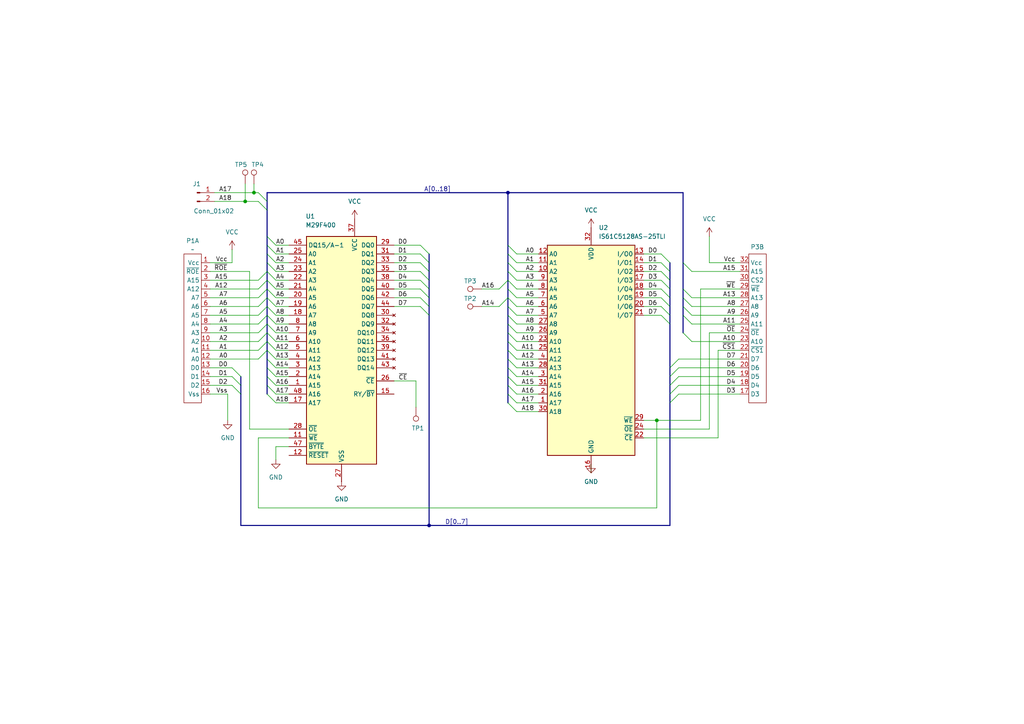
<source format=kicad_sch>
(kicad_sch (version 20231120) (generator "eeschema") (generator_version "8.0")
  (paper "A4")
  (lib_symbols
    (symbol "Connector:Conn_01x02_Pin" (pin_names (offset 1.016) hide)
      (property "Reference" "J1" (at -1.27 2.54 0))
      (property "Value" "Conn_01x02" (at -1.016 -5.334 0))
      (symbol "Conn_01x02_Pin_1_1"
        (polyline (pts (xy 1.27 -2.54) (xy 0.8636 -2.54)) (stroke (width 0.1524)))
        (polyline (pts (xy 1.27 0) (xy 0.8636 0)) (stroke (width 0.1524)))
        (rectangle (start 0.8636 -2.413) (end 0 -2.667) (stroke (width 0.1524)) (fill (type outline)))
        (rectangle (start 0.8636 0.127) (end 0 -0.127) (stroke (width 0.1524)) (fill (type outline)))
        (pin input line (at 5.08 0 180) (length 3.81) (name "A17") (number "1"))
        (pin input line (at 5.08 -2.54 180) (length 3.81) (name "A18") (number "2"))
      )
    )
    (symbol "Connector:TestPoint" (pin_numbers hide) (pin_names (offset 0.762) hide)
      (property "Reference" "TP" (at 0 6.858 0))
      (property "Value" "TestPoint" (at 0 5.08 0))
      (symbol "TestPoint_0_1"
        (circle (center 0 3.302) (radius 0.762))
      )
      (symbol "TestPoint_1_1"
        (pin passive line (at 0 0 90) (length 2.54) (name "1") (number "1"))
      )
    )
    (symbol "Memory_Flash:AM29F400Bx-xxEx"
      (property "Reference" "U1" (at -10.414 38.862 0))
      (property "Value" "M29F400" (at -10.414 36.322 0))
      (symbol "AM29F400Bx-xxEx_0_1"
        (rectangle (start -10.16 33.02) (end 10.16 -33.02) (stroke (width 0.254)) (fill (type background)))
      )
      (symbol "AM29F400Bx-xxEx_1_0"
        (pin input line (at -15.24 0 0) (length 5.08) (name "A11") (number "5"))
      )
      (symbol "AM29F400Bx-xxEx_1_1"
        (pin input line (at -15.24 -10.16 0) (length 5.08) (name "A15") (number "1"))
        (pin no_connect line (at 10.16 -20.32 180) (length 5.08) hide (name "NC") (number "10"))
        (pin input line (at -15.24 -25.4 0) (length 5.08) (name "~{WE}") (number "11"))
        (pin input line (at -15.24 -30.48 0) (length 5.08) (name "~{RESET}") (number "12"))
        (pin no_connect line (at 10.16 -22.86 180) (length 5.08) hide (name "NC") (number "13"))
        (pin no_connect line (at 10.16 -25.4 180) (length 5.08) hide (name "NC") (number "14"))
        (pin open_collector line (at 15.24 -12.7 180) (length 5.08) (name "RY/~{BY}") (number "15"))
        (pin no_connect line (at 10.16 -27.94 180) (length 5.08) hide (name "NC") (number "16"))
        (pin input line (at -15.24 -15.24 0) (length 5.08) (name "A17") (number "17"))
        (pin input line (at -15.24 10.16 0) (length 5.08) (name "A7") (number "18"))
        (pin input line (at -15.24 12.7 0) (length 5.08) (name "A6") (number "19"))
        (pin input line (at -15.24 -7.62 0) (length 5.08) (name "A14") (number "2"))
        (pin input line (at -15.24 15.24 0) (length 5.08) (name "A5") (number "20"))
        (pin input line (at -15.24 17.78 0) (length 5.08) (name "A4") (number "21"))
        (pin input line (at -15.24 20.32 0) (length 5.08) (name "A3") (number "22"))
        (pin input line (at -15.24 22.86 0) (length 5.08) (name "A2") (number "23"))
        (pin input line (at -15.24 25.4 0) (length 5.08) (name "A1") (number "24"))
        (pin input line (at -15.24 27.94 0) (length 5.08) (name "A0") (number "25"))
        (pin input line (at 15.24 -8.89 180) (length 5.08) (name "~{CE}") (number "26"))
        (pin power_in line (at 0 -38.1 90) (length 5.08) (name "VSS") (number "27"))
        (pin input line (at -15.24 -22.86 0) (length 5.08) (name "~{OE}") (number "28"))
        (pin tri_state line (at 15.24 30.48 180) (length 5.08) (name "DQ0") (number "29"))
        (pin input line (at -15.24 -5.08 0) (length 5.08) (name "A13") (number "3"))
        (pin no_connect line (at 15.24 10.16 180) (length 5.08) (name "DQ8") (number "30"))
        (pin tri_state line (at 15.24 27.94 180) (length 5.08) (name "DQ1") (number "31"))
        (pin no_connect line (at 15.24 7.62 180) (length 5.08) (name "DQ9") (number "32"))
        (pin tri_state line (at 15.24 25.4 180) (length 5.08) (name "DQ2") (number "33"))
        (pin no_connect line (at 15.24 5.08 180) (length 5.08) (name "DQ10") (number "34"))
        (pin tri_state line (at 15.24 22.86 180) (length 5.08) (name "DQ3") (number "35"))
        (pin no_connect line (at 15.24 2.54 180) (length 5.08) (name "DQ11") (number "36"))
        (pin power_in line (at 3.81 38.1 270) (length 5.08) (name "VCC") (number "37"))
        (pin tri_state line (at 15.24 20.32 180) (length 5.08) (name "DQ4") (number "38"))
        (pin no_connect line (at 15.24 0 180) (length 5.08) (name "DQ12") (number "39"))
        (pin input line (at -15.24 -2.54 0) (length 5.08) (name "A12") (number "4"))
        (pin tri_state line (at 15.24 17.78 180) (length 5.08) (name "DQ5") (number "40"))
        (pin no_connect line (at 15.24 -2.54 180) (length 5.08) (name "DQ13") (number "41"))
        (pin tri_state line (at 15.24 15.24 180) (length 5.08) (name "DQ6") (number "42"))
        (pin no_connect line (at 15.24 -5.08 180) (length 5.08) (name "DQ14") (number "43"))
        (pin tri_state line (at 15.24 12.7 180) (length 5.08) (name "DQ7") (number "44"))
        (pin tri_state line (at -15.24 30.48 0) (length 5.08) (name "DQ15/A-1") (number "45"))
        (pin passive line (at 0 -38.1 90) (length 5.08) hide (name "VSS") (number "46"))
        (pin input line (at -15.24 -27.94 0) (length 5.08) (name "~{BYTE}") (number "47"))
        (pin input line (at -15.24 -12.7 0) (length 5.08) (name "A16") (number "48"))
        (pin input line (at -15.24 2.54 0) (length 5.08) (name "A10") (number "6"))
        (pin input line (at -15.24 5.08 0) (length 5.08) (name "A9") (number "7"))
        (pin input line (at -15.24 7.62 0) (length 5.08) (name "A8") (number "8"))
        (pin no_connect line (at 10.16 -17.78 180) (length 5.08) hide (name "NC") (number "9"))
      )
    )
    (symbol "Memory_RAM:IS61C5128AS-25TLI"
      (property "Reference" "U2" (at 2.1941 35.56 0))
      (property "Value" "IS61C5128AS-25TLI" (at 2.1941 33.02 0))
      (symbol "IS61C5128AS-25TLI_0_1"
        (rectangle (start -12.7 30.48) (end 12.7 -30.48) (stroke (width 0.254)) (fill (type background)))
      )
      (symbol "IS61C5128AS-25TLI_1_1"
        (pin input line (at -15.24 -15.24 0) (length 2.54) (name "A17") (number "1"))
        (pin input line (at -15.24 22.86 0) (length 2.54) (name "A2") (number "10"))
        (pin input line (at -15.24 25.4 0) (length 2.54) (name "A1") (number "11"))
        (pin input line (at -15.24 27.94 0) (length 2.54) (name "A0") (number "12"))
        (pin tri_state line (at 15.24 27.94 180) (length 2.54) (name "I/O0") (number "13"))
        (pin tri_state line (at 15.24 25.4 180) (length 2.54) (name "I/O1") (number "14"))
        (pin tri_state line (at 15.24 22.86 180) (length 2.54) (name "I/O2") (number "15"))
        (pin power_in line (at 0 -35.56 90) (length 5.08) (name "GND") (number "16"))
        (pin tri_state line (at 15.24 20.32 180) (length 2.54) (name "I/O3") (number "17"))
        (pin tri_state line (at 15.24 17.78 180) (length 2.54) (name "I/O4") (number "18"))
        (pin tri_state line (at 15.24 15.24 180) (length 2.54) (name "I/O5") (number "19"))
        (pin input line (at -15.24 -12.7 0) (length 2.54) (name "A16") (number "2"))
        (pin tri_state line (at 15.24 12.7 180) (length 2.54) (name "I/O6") (number "20"))
        (pin tri_state line (at 15.24 10.16 180) (length 2.54) (name "I/O7") (number "21"))
        (pin input line (at 15.24 -25.4 180) (length 2.54) (name "~{CE}") (number "22"))
        (pin input line (at -15.24 2.54 0) (length 2.54) (name "A10") (number "23"))
        (pin input line (at 15.24 -22.86 180) (length 2.54) (name "~{OE}") (number "24"))
        (pin input line (at -15.24 0 0) (length 2.54) (name "A11") (number "25"))
        (pin input line (at -15.24 5.08 0) (length 2.54) (name "A9") (number "26"))
        (pin input line (at -15.24 7.62 0) (length 2.54) (name "A8") (number "27"))
        (pin input line (at -15.24 -5.08 0) (length 2.54) (name "A13") (number "28"))
        (pin input line (at 15.24 -20.32 180) (length 2.54) (name "~{WE}") (number "29"))
        (pin input line (at -15.24 -7.62 0) (length 2.54) (name "A14") (number "3"))
        (pin input line (at -15.24 -17.78 0) (length 2.54) (name "A18") (number "30"))
        (pin input line (at -15.24 -10.16 0) (length 2.54) (name "A15") (number "31"))
        (pin power_in line (at 0 35.56 270) (length 5.08) (name "VDD") (number "32"))
        (pin input line (at -15.24 -2.54 0) (length 2.54) (name "A12") (number "4"))
        (pin input line (at -15.24 10.16 0) (length 2.54) (name "A7") (number "5"))
        (pin input line (at -15.24 12.7 0) (length 2.54) (name "A6") (number "6"))
        (pin input line (at -15.24 15.24 0) (length 2.54) (name "A5") (number "7"))
        (pin input line (at -15.24 17.78 0) (length 2.54) (name "A4") (number "8"))
        (pin input line (at -15.24 20.32 0) (length 2.54) (name "A3") (number "9"))
      )
    )
    (symbol "Z88 RAM ROM Internal:RAM Pins DIP32"
      (property "Reference" "P" (at 0 0 0))
      (symbol "RAM Pins DIP32_1_1"
        (rectangle (start -2.54 -1.27) (end 2.54 -44.45))
        (pin no_connect line (at 5.08 -3.81 180) (length 2.54) (name "") (number "1"))
        (pin input line (at 5.08 -26.67 180) (length 2.54) (name "A2") (number "10"))
        (pin input line (at 5.08 -29.21 180) (length 2.54) (name "A1") (number "11"))
        (pin input line (at 5.08 -31.75 180) (length 2.54) (name "A0") (number "12"))
        (pin tri_state line (at 5.08 -34.29 180) (length 2.54) (name "D0") (number "13"))
        (pin tri_state line (at 5.08 -36.83 180) (length 2.54) (name "D1") (number "14"))
        (pin tri_state line (at 5.08 -39.37 180) (length 2.54) (name "D2") (number "15"))
        (pin power_in line (at 5.08 -41.91 180) (length 2.54) (name "Vss") (number "16"))
        (pin input line (at 5.08 -6.35 180) (length 2.54) (name "A16") (number "2"))
        (pin input line (at 5.08 -8.89 180) (length 2.54) (name "A14") (number "3"))
        (pin input line (at 5.08 -11.43 180) (length 2.54) (name "A12") (number "4"))
        (pin input line (at 5.08 -13.97 180) (length 2.54) (name "A7") (number "5"))
        (pin input line (at 5.08 -16.51 180) (length 2.54) (name "A6") (number "6"))
        (pin input line (at 5.08 -19.05 180) (length 2.54) (name "A5") (number "7"))
        (pin input line (at 5.08 -21.59 180) (length 2.54) (name "A4") (number "8"))
        (pin input line (at 5.08 -24.13 180) (length 2.54) (name "A3") (number "9"))
      )
      (symbol "RAM Pins DIP32_2_1"
        (rectangle (start -2.54 -1.27) (end 2.54 -44.45))
        (pin tri_state line (at -5.08 -41.91 0) (length 2.54) (name "D3") (number "17"))
        (pin tri_state line (at -5.08 -39.37 0) (length 2.54) (name "D4") (number "18"))
        (pin tri_state line (at -5.08 -36.83 0) (length 2.54) (name "D5") (number "19"))
        (pin tri_state line (at -5.08 -34.29 0) (length 2.54) (name "D6") (number "20"))
        (pin tri_state line (at -5.08 -31.75 0) (length 2.54) (name "D7") (number "21"))
        (pin input line (at -5.08 -29.21 0) (length 2.54) (name "~{CS1}") (number "22"))
        (pin input line (at -5.08 -26.67 0) (length 2.54) (name "A10") (number "23"))
        (pin input line (at -5.08 -24.13 0) (length 2.54) (name "~{OE}") (number "24"))
        (pin input line (at -5.08 -21.59 0) (length 2.54) (name "A11") (number "25"))
        (pin input line (at -5.08 -19.05 0) (length 2.54) (name "A9") (number "26"))
        (pin input line (at -5.08 -16.51 0) (length 2.54) (name "A8") (number "27"))
        (pin input line (at -5.08 -13.97 0) (length 2.54) (name "A13") (number "28"))
        (pin input line (at -5.08 -11.43 0) (length 2.54) (name "~{WE}") (number "29"))
        (pin input line (at -5.08 -8.89 0) (length 2.54) (name "CS2") (number "30"))
        (pin input line (at -5.08 -6.35 0) (length 2.54) (name "A15") (number "31"))
        (pin power_in line (at -5.08 -3.81 0) (length 2.54) (name "Vcc") (number "32"))
      )
    )
    (symbol "Z88 RAM ROM Internal:ROM Pins DIP32"
      (property "Reference" "P" (at 0 0 0))
      (symbol "ROM Pins DIP32_1_1"
        (rectangle (start -2.54 -1.27) (end 2.54 -44.45))
        (pin power_in line (at 5.08 -3.81 180) (length 2.54) (name "Vcc") (number "1"))
        (pin input line (at 5.08 -26.67 180) (length 2.54) (name "A2") (number "10"))
        (pin input line (at 5.08 -29.21 180) (length 2.54) (name "A1") (number "11"))
        (pin input line (at 5.08 -31.75 180) (length 2.54) (name "A0") (number "12"))
        (pin tri_state line (at 5.08 -34.29 180) (length 2.54) (name "D0") (number "13"))
        (pin tri_state line (at 5.08 -36.83 180) (length 2.54) (name "D1") (number "14"))
        (pin tri_state line (at 5.08 -39.37 180) (length 2.54) (name "D2") (number "15"))
        (pin power_in line (at 5.08 -41.91 180) (length 2.54) (name "Vss") (number "16"))
        (pin input line (at 5.08 -6.35 180) (length 2.54) (name "~{ROE}") (number "2"))
        (pin input line (at 5.08 -8.89 180) (length 2.54) (name "A15") (number "3"))
        (pin input line (at 5.08 -11.43 180) (length 2.54) (name "A12") (number "4"))
        (pin input line (at 5.08 -13.97 180) (length 2.54) (name "A7") (number "5"))
        (pin input line (at 5.08 -16.51 180) (length 2.54) (name "A6") (number "6"))
        (pin input line (at 5.08 -19.05 180) (length 2.54) (name "A5") (number "7"))
        (pin input line (at 5.08 -21.59 180) (length 2.54) (name "A4") (number "8"))
        (pin input line (at 5.08 -24.13 180) (length 2.54) (name "A3") (number "9"))
      )
      (symbol "ROM Pins DIP32_2_1"
        (rectangle (start -2.54 -1.27) (end 2.54 -44.45))
        (pin tri_state line (at -5.08 -41.91 0) (length 2.54) (name "D3") (number "17"))
        (pin tri_state line (at -5.08 -39.37 0) (length 2.54) (name "D4") (number "18"))
        (pin tri_state line (at -5.08 -36.83 0) (length 2.54) (name "D5") (number "19"))
        (pin tri_state line (at -5.08 -34.29 0) (length 2.54) (name "D6") (number "20"))
        (pin tri_state line (at -5.08 -31.75 0) (length 2.54) (name "D7") (number "21"))
        (pin input line (at -5.08 -29.21 0) (length 2.54) (name "~{CE}") (number "22"))
        (pin input line (at -5.08 -26.67 0) (length 2.54) (name "A10") (number "23"))
        (pin input line (at -5.08 -24.13 0) (length 2.54) (name "A16") (number "24"))
        (pin input line (at -5.08 -21.59 0) (length 2.54) (name "A11") (number "25"))
        (pin input line (at -5.08 -19.05 0) (length 2.54) (name "A9") (number "26"))
        (pin input line (at -5.08 -16.51 0) (length 2.54) (name "A8") (number "27"))
        (pin input line (at -5.08 -13.97 0) (length 2.54) (name "A13") (number "28"))
        (pin input line (at -5.08 -11.43 0) (length 2.54) (name "A14") (number "29"))
        (pin power_in line (at -5.08 -8.89 0) (length 2.54) (name "Vcc") (number "31"))
        (pin power_in line (at -5.08 -6.35 0) (length 2.54) (name "Vcc") (number "31"))
        (pin power_in line (at -5.08 -3.81 0) (length 2.54) (name "Vcc") (number "32"))
      )
    )
    (symbol "power:GND" (power) (pin_numbers hide) (pin_names (offset 0) hide)
      (property "Value" "GND" (at 0 -3.81 0))
      (symbol "GND_0_1"
        (polyline (pts (xy 0 0) (xy 0 -1.27) (xy 1.27 -1.27) (xy 0 -2.54) (xy -1.27 -1.27) (xy 0 -1.27)))
      )
      (symbol "GND_1_1"
        (pin power_in line (at 0 0 270) (length 0) (name "~") (number "1"))
      )
    )
    (symbol "power:VCC" (power) (pin_numbers hide) (pin_names (offset 0) hide)
      (property "Value" "VCC" (at 0 3.556 0))
      (symbol "VCC_0_1"
        (polyline (pts (xy -0.762 1.27) (xy 0 2.54)))
        (polyline (pts (xy 0 0) (xy 0 2.54)))
        (polyline (pts (xy 0 2.54) (xy 0.762 1.27)))
      )
      (symbol "VCC_1_1"
        (pin power_in line (at 0 0 90) (length 0) (name "~") (number "1"))
      )
    )
  )
  (junction (at 190.5 121.92))
  (junction (at 73.66 55.88))
  (junction (at 71.12 58.42))
  (junction (at 124.46 152.4))
  (junction (at 147.32 55.88))
  (bus_entry (at 147.32 99.06) (size 2.54 2.54))
  (bus_entry (at 147.32 88.9) (size 2.54 2.54))
  (bus_entry (at 147.32 96.52) (size 2.54 2.54))
  (bus_entry (at 147.32 111.76) (size 2.54 2.54))
  (bus_entry (at 77.47 99.06) (size 2.54 2.54))
  (bus_entry (at 191.77 81.28) (size 2.54 2.54))
  (bus_entry (at 74.93 91.44) (size 2.54 -2.54))
  (bus_entry (at 121.92 76.2) (size 2.54 2.54))
  (bus_entry (at 77.47 86.36) (size 2.54 2.54))
  (bus_entry (at 194.31 106.68) (size 2.54 -2.54))
  (bus_entry (at 198.12 96.52) (size 2.54 2.54))
  (bus_entry (at 77.47 78.74) (size 2.54 2.54))
  (bus_entry (at 121.92 83.82) (size 2.54 2.54))
  (bus_entry (at 121.92 71.12) (size 2.54 2.54))
  (bus_entry (at 121.92 78.74) (size 2.54 2.54))
  (bus_entry (at 147.32 83.82) (size 2.54 2.54))
  (bus_entry (at 77.47 81.28) (size 2.54 2.54))
  (bus_entry (at 147.32 73.66) (size 2.54 2.54))
  (bus_entry (at 74.93 104.14) (size 2.54 -2.54))
  (bus_entry (at 74.93 86.36) (size 2.54 -2.54))
  (bus_entry (at 74.93 96.52) (size 2.54 -2.54))
  (bus_entry (at 147.32 71.12) (size 2.54 2.54))
  (bus_entry (at 74.93 99.06) (size 2.54 -2.54))
  (bus_entry (at 191.77 76.2) (size 2.54 2.54))
  (bus_entry (at 77.47 111.76) (size 2.54 2.54))
  (bus_entry (at 147.32 109.22) (size 2.54 2.54))
  (bus_entry (at 147.32 114.3) (size 2.54 2.54))
  (bus_entry (at 121.92 86.36) (size 2.54 2.54))
  (bus_entry (at 194.31 111.76) (size 2.54 -2.54))
  (bus_entry (at 194.31 116.84) (size 2.54 -2.54))
  (bus_entry (at 67.31 109.22) (size 2.54 2.54))
  (bus_entry (at 74.93 101.6) (size 2.54 -2.54))
  (bus_entry (at 198.12 76.2) (size 2.54 2.54))
  (bus_entry (at 191.77 91.44) (size 2.54 2.54))
  (bus_entry (at 77.47 76.2) (size 2.54 2.54))
  (bus_entry (at 77.47 114.3) (size 2.54 2.54))
  (bus_entry (at 194.31 109.22) (size 2.54 -2.54))
  (bus_entry (at 74.93 55.88) (size 2.54 2.54))
  (bus_entry (at 147.32 76.2) (size 2.54 2.54))
  (bus_entry (at 191.77 73.66) (size 2.54 2.54))
  (bus_entry (at 74.93 58.42) (size 2.54 2.54))
  (bus_entry (at 74.93 88.9) (size 2.54 -2.54))
  (bus_entry (at 77.47 88.9) (size 2.54 2.54))
  (bus_entry (at 77.47 71.12) (size 2.54 2.54))
  (bus_entry (at 191.77 88.9) (size 2.54 2.54))
  (bus_entry (at 74.93 81.28) (size 2.54 -2.54))
  (bus_entry (at 147.32 93.98) (size 2.54 2.54))
  (bus_entry (at 147.32 91.44) (size 2.54 2.54))
  (bus_entry (at 77.47 83.82) (size 2.54 2.54))
  (bus_entry (at 77.47 104.14) (size 2.54 2.54))
  (bus_entry (at 194.31 114.3) (size 2.54 -2.54))
  (bus_entry (at 121.92 88.9) (size 2.54 2.54))
  (bus_entry (at 77.47 109.22) (size 2.54 2.54))
  (bus_entry (at 67.31 111.76) (size 2.54 2.54))
  (bus_entry (at 77.47 101.6) (size 2.54 2.54))
  (bus_entry (at 191.77 83.82) (size 2.54 2.54))
  (bus_entry (at 191.77 78.74) (size 2.54 2.54))
  (bus_entry (at 144.78 88.9) (size 2.54 -2.54))
  (bus_entry (at 77.47 93.98) (size 2.54 2.54))
  (bus_entry (at 77.47 106.68) (size 2.54 2.54))
  (bus_entry (at 77.47 68.58) (size 2.54 2.54))
  (bus_entry (at 77.47 73.66) (size 2.54 2.54))
  (bus_entry (at 121.92 81.28) (size 2.54 2.54))
  (bus_entry (at 147.32 78.74) (size 2.54 2.54))
  (bus_entry (at 198.12 91.44) (size 2.54 2.54))
  (bus_entry (at 74.93 83.82) (size 2.54 -2.54))
  (bus_entry (at 147.32 81.28) (size 2.54 2.54))
  (bus_entry (at 198.12 88.9) (size 2.54 2.54))
  (bus_entry (at 198.12 83.82) (size 2.54 2.54))
  (bus_entry (at 147.32 104.14) (size 2.54 2.54))
  (bus_entry (at 198.12 86.36) (size 2.54 2.54))
  (bus_entry (at 191.77 86.36) (size 2.54 2.54))
  (bus_entry (at 67.31 106.68) (size 2.54 2.54))
  (bus_entry (at 144.78 83.82) (size 2.54 -2.54))
  (bus_entry (at 147.32 116.84) (size 2.54 2.54))
  (bus_entry (at 147.32 106.68) (size 2.54 2.54))
  (bus_entry (at 77.47 96.52) (size 2.54 2.54))
  (bus_entry (at 77.47 91.44) (size 2.54 2.54))
  (bus_entry (at 147.32 86.36) (size 2.54 2.54))
  (bus_entry (at 121.92 73.66) (size 2.54 2.54))
  (bus_entry (at 74.93 93.98) (size 2.54 -2.54))
  (bus_entry (at 147.32 101.6) (size 2.54 2.54))
  (wire (pts (xy 186.69 73.66) (xy 191.77 73.66)))
  (wire (pts (xy 60.96 109.22) (xy 67.31 109.22)))
  (wire (pts (xy 80.01 99.06) (xy 83.82 99.06)))
  (bus (pts (xy 77.47 99.06) (xy 77.47 101.6)))
  (wire (pts (xy 203.2 83.82) (xy 214.63 83.82)))
  (bus (pts (xy 124.46 152.4) (xy 194.31 152.4)))
  (bus (pts (xy 194.31 106.68) (xy 194.31 109.22)))
  (wire (pts (xy 186.69 88.9) (xy 191.77 88.9)))
  (bus (pts (xy 147.32 73.66) (xy 147.32 76.2)))
  (bus (pts (xy 194.31 93.98) (xy 194.31 91.44)))
  (bus (pts (xy 77.47 78.74) (xy 77.47 81.28)))
  (wire (pts (xy 80.01 104.14) (xy 83.82 104.14)))
  (wire (pts (xy 62.23 55.88) (xy 73.66 55.88)))
  (bus (pts (xy 147.32 78.74) (xy 147.32 81.28)))
  (bus (pts (xy 147.32 55.88) (xy 147.32 71.12)))
  (bus (pts (xy 147.32 86.36) (xy 147.32 88.9)))
  (wire (pts (xy 73.66 55.88) (xy 74.93 55.88)))
  (wire (pts (xy 74.93 147.32) (xy 74.93 127)))
  (wire (pts (xy 205.74 96.52) (xy 205.74 124.46)))
  (bus (pts (xy 194.31 76.2) (xy 194.31 78.74)))
  (wire (pts (xy 214.63 96.52) (xy 205.74 96.52)))
  (wire (pts (xy 149.86 109.22) (xy 156.21 109.22)))
  (wire (pts (xy 80.01 91.44) (xy 83.82 91.44)))
  (bus (pts (xy 77.47 58.42) (xy 77.47 60.96)))
  (wire (pts (xy 60.96 81.28) (xy 74.93 81.28)))
  (bus (pts (xy 77.47 106.68) (xy 77.47 109.22)))
  (bus (pts (xy 147.32 114.3) (xy 147.32 116.84)))
  (bus (pts (xy 77.47 68.58) (xy 77.47 71.12)))
  (wire (pts (xy 60.96 99.06) (xy 74.93 99.06)))
  (wire (pts (xy 200.66 93.98) (xy 214.63 93.98)))
  (bus (pts (xy 198.12 88.9) (xy 198.12 86.36)))
  (wire (pts (xy 149.86 111.76) (xy 156.21 111.76)))
  (wire (pts (xy 80.01 86.36) (xy 83.82 86.36)))
  (wire (pts (xy 80.01 81.28) (xy 83.82 81.28)))
  (bus (pts (xy 147.32 111.76) (xy 147.32 114.3)))
  (wire (pts (xy 114.3 110.49) (xy 120.65 110.49)))
  (bus (pts (xy 124.46 81.28) (xy 124.46 83.82)))
  (wire (pts (xy 114.3 71.12) (xy 121.92 71.12)))
  (wire (pts (xy 196.85 111.76) (xy 214.63 111.76)))
  (wire (pts (xy 149.86 73.66) (xy 156.21 73.66)))
  (wire (pts (xy 139.7 88.9) (xy 144.78 88.9)))
  (wire (pts (xy 149.86 116.84) (xy 156.21 116.84)))
  (wire (pts (xy 80.01 114.3) (xy 83.82 114.3)))
  (bus (pts (xy 194.31 86.36) (xy 194.31 88.9)))
  (wire (pts (xy 186.69 91.44) (xy 191.77 91.44)))
  (bus (pts (xy 77.47 71.12) (xy 77.47 73.66)))
  (wire (pts (xy 60.96 96.52) (xy 74.93 96.52)))
  (wire (pts (xy 114.3 86.36) (xy 121.92 86.36)))
  (bus (pts (xy 77.47 73.66) (xy 77.47 76.2)))
  (bus (pts (xy 147.32 109.22) (xy 147.32 111.76)))
  (bus (pts (xy 147.32 81.28) (xy 147.32 83.82)))
  (wire (pts (xy 149.86 101.6) (xy 156.21 101.6)))
  (wire (pts (xy 200.66 91.44) (xy 214.63 91.44)))
  (bus (pts (xy 77.47 60.96) (xy 77.47 68.58)))
  (bus (pts (xy 77.47 96.52) (xy 77.47 99.06)))
  (wire (pts (xy 114.3 76.2) (xy 121.92 76.2)))
  (bus (pts (xy 77.47 86.36) (xy 77.47 88.9)))
  (wire (pts (xy 80.01 78.74) (xy 83.82 78.74)))
  (wire (pts (xy 80.01 93.98) (xy 83.82 93.98)))
  (wire (pts (xy 196.85 106.68) (xy 214.63 106.68)))
  (bus (pts (xy 194.31 81.28) (xy 194.31 83.82)))
  (bus (pts (xy 77.47 55.88) (xy 147.32 55.88)))
  (wire (pts (xy 149.86 99.06) (xy 156.21 99.06)))
  (bus (pts (xy 198.12 91.44) (xy 198.12 88.9)))
  (wire (pts (xy 114.3 88.9) (xy 121.92 88.9)))
  (wire (pts (xy 80.01 83.82) (xy 83.82 83.82)))
  (wire (pts (xy 149.86 104.14) (xy 156.21 104.14)))
  (wire (pts (xy 149.86 96.52) (xy 156.21 96.52)))
  (bus (pts (xy 77.47 104.14) (xy 77.47 106.68)))
  (bus (pts (xy 124.46 73.66) (xy 124.46 76.2)))
  (bus (pts (xy 69.85 114.3) (xy 69.85 152.4)))
  (bus (pts (xy 124.46 76.2) (xy 124.46 78.74)))
  (bus (pts (xy 69.85 111.76) (xy 69.85 114.3)))
  (bus (pts (xy 198.12 83.82) (xy 198.12 76.2)))
  (bus (pts (xy 147.32 71.12) (xy 147.32 73.66)))
  (wire (pts (xy 190.5 121.92) (xy 186.69 121.92)))
  (wire (pts (xy 60.96 88.9) (xy 74.93 88.9)))
  (wire (pts (xy 80.01 71.12) (xy 83.82 71.12)))
  (wire (pts (xy 214.63 101.6) (xy 208.28 101.6)))
  (wire (pts (xy 186.69 76.2) (xy 191.77 76.2)))
  (wire (pts (xy 114.3 78.74) (xy 121.92 78.74)))
  (wire (pts (xy 149.86 86.36) (xy 156.21 86.36)))
  (wire (pts (xy 114.3 73.66) (xy 121.92 73.66)))
  (wire (pts (xy 60.96 86.36) (xy 74.93 86.36)))
  (wire (pts (xy 149.86 88.9) (xy 156.21 88.9)))
  (wire (pts (xy 80.01 129.54) (xy 83.82 129.54)))
  (wire (pts (xy 80.01 116.84) (xy 83.82 116.84)))
  (wire (pts (xy 60.96 93.98) (xy 74.93 93.98)))
  (bus (pts (xy 194.31 93.98) (xy 194.31 106.68)))
  (wire (pts (xy 80.01 73.66) (xy 83.82 73.66)))
  (wire (pts (xy 186.69 83.82) (xy 191.77 83.82)))
  (wire (pts (xy 208.28 101.6) (xy 208.28 127)))
  (wire (pts (xy 203.2 83.82) (xy 203.2 121.92)))
  (wire (pts (xy 80.01 101.6) (xy 83.82 101.6)))
  (bus (pts (xy 69.85 152.4) (xy 124.46 152.4)))
  (bus (pts (xy 198.12 86.36) (xy 198.12 83.82)))
  (wire (pts (xy 73.66 53.34) (xy 73.66 55.88)))
  (wire (pts (xy 72.39 78.74) (xy 72.39 124.46)))
  (wire (pts (xy 149.86 114.3) (xy 156.21 114.3)))
  (wire (pts (xy 149.86 83.82) (xy 156.21 83.82)))
  (wire (pts (xy 114.3 81.28) (xy 121.92 81.28)))
  (wire (pts (xy 171.45 137.16) (xy 171.45 134.62)))
  (wire (pts (xy 196.85 114.3) (xy 214.63 114.3)))
  (wire (pts (xy 186.69 78.74) (xy 191.77 78.74)))
  (wire (pts (xy 60.96 104.14) (xy 74.93 104.14)))
  (bus (pts (xy 147.32 91.44) (xy 147.32 93.98)))
  (wire (pts (xy 80.01 76.2) (xy 83.82 76.2)))
  (bus (pts (xy 147.32 76.2) (xy 147.32 78.74)))
  (wire (pts (xy 66.04 121.92) (xy 66.04 114.3)))
  (wire (pts (xy 120.65 110.49) (xy 120.65 118.11)))
  (wire (pts (xy 60.96 101.6) (xy 74.93 101.6)))
  (bus (pts (xy 77.47 55.88) (xy 77.47 58.42)))
  (wire (pts (xy 60.96 76.2) (xy 67.31 76.2)))
  (bus (pts (xy 124.46 78.74) (xy 124.46 81.28)))
  (bus (pts (xy 77.47 101.6) (xy 77.47 104.14)))
  (bus (pts (xy 124.46 83.82) (xy 124.46 86.36)))
  (wire (pts (xy 62.23 58.42) (xy 71.12 58.42)))
  (wire (pts (xy 205.74 68.58) (xy 205.74 76.2)))
  (wire (pts (xy 186.69 81.28) (xy 191.77 81.28)))
  (bus (pts (xy 194.31 83.82) (xy 194.31 86.36)))
  (wire (pts (xy 149.86 81.28) (xy 156.21 81.28)))
  (bus (pts (xy 124.46 91.44) (xy 124.46 152.4)))
  (bus (pts (xy 194.31 111.76) (xy 194.31 114.3)))
  (bus (pts (xy 77.47 83.82) (xy 77.47 86.36)))
  (bus (pts (xy 147.32 104.14) (xy 147.32 106.68)))
  (bus (pts (xy 198.12 76.2) (xy 198.12 55.88)))
  (wire (pts (xy 60.96 78.74) (xy 72.39 78.74)))
  (bus (pts (xy 147.32 99.06) (xy 147.32 101.6)))
  (wire (pts (xy 200.66 99.06) (xy 214.63 99.06)))
  (wire (pts (xy 114.3 83.82) (xy 121.92 83.82)))
  (wire (pts (xy 149.86 106.68) (xy 156.21 106.68)))
  (bus (pts (xy 194.31 114.3) (xy 194.31 116.84)))
  (bus (pts (xy 147.32 101.6) (xy 147.32 104.14)))
  (bus (pts (xy 198.12 55.88) (xy 147.32 55.88)))
  (bus (pts (xy 194.31 116.84) (xy 194.31 152.4)))
  (wire (pts (xy 80.01 111.76) (xy 83.82 111.76)))
  (wire (pts (xy 60.96 91.44) (xy 74.93 91.44)))
  (wire (pts (xy 67.31 76.2) (xy 67.31 72.39)))
  (bus (pts (xy 124.46 88.9) (xy 124.46 91.44)))
  (wire (pts (xy 80.01 106.68) (xy 83.82 106.68)))
  (bus (pts (xy 69.85 109.22) (xy 69.85 111.76)))
  (bus (pts (xy 77.47 109.22) (xy 77.47 111.76)))
  (bus (pts (xy 147.32 93.98) (xy 147.32 96.52)))
  (bus (pts (xy 147.32 83.82) (xy 147.32 86.36)))
  (wire (pts (xy 200.66 86.36) (xy 214.63 86.36)))
  (wire (pts (xy 72.39 124.46) (xy 83.82 124.46)))
  (bus (pts (xy 194.31 78.74) (xy 194.31 81.28)))
  (bus (pts (xy 77.47 91.44) (xy 77.47 93.98)))
  (wire (pts (xy 205.74 76.2) (xy 214.63 76.2)))
  (wire (pts (xy 190.5 147.32) (xy 74.93 147.32)))
  (wire (pts (xy 74.93 127) (xy 83.82 127)))
  (wire (pts (xy 80.01 109.22) (xy 83.82 109.22)))
  (wire (pts (xy 71.12 58.42) (xy 74.93 58.42)))
  (bus (pts (xy 77.47 81.28) (xy 77.47 83.82)))
  (bus (pts (xy 147.32 88.9) (xy 147.32 91.44)))
  (bus (pts (xy 77.47 93.98) (xy 77.47 96.52)))
  (wire (pts (xy 200.66 78.74) (xy 214.63 78.74)))
  (wire (pts (xy 71.12 53.34) (xy 71.12 58.42)))
  (bus (pts (xy 147.32 96.52) (xy 147.32 99.06)))
  (wire (pts (xy 149.86 91.44) (xy 156.21 91.44)))
  (wire (pts (xy 186.69 124.46) (xy 205.74 124.46)))
  (wire (pts (xy 200.66 88.9) (xy 214.63 88.9)))
  (bus (pts (xy 198.12 96.52) (xy 198.12 91.44)))
  (bus (pts (xy 77.47 88.9) (xy 77.47 91.44)))
  (wire (pts (xy 208.28 127) (xy 186.69 127)))
  (wire (pts (xy 60.96 106.68) (xy 67.31 106.68)))
  (wire (pts (xy 190.5 121.92) (xy 190.5 147.32)))
  (wire (pts (xy 80.01 96.52) (xy 83.82 96.52)))
  (wire (pts (xy 196.85 104.14) (xy 214.63 104.14)))
  (bus (pts (xy 194.31 109.22) (xy 194.31 111.76)))
  (wire (pts (xy 149.86 119.38) (xy 156.21 119.38)))
  (wire (pts (xy 66.04 114.3) (xy 60.96 114.3)))
  (wire (pts (xy 80.01 133.35) (xy 80.01 129.54)))
  (wire (pts (xy 196.85 109.22) (xy 214.63 109.22)))
  (wire (pts (xy 203.2 121.92) (xy 190.5 121.92)))
  (wire (pts (xy 186.69 86.36) (xy 191.77 86.36)))
  (wire (pts (xy 60.96 83.82) (xy 74.93 83.82)))
  (wire (pts (xy 139.7 83.82) (xy 144.78 83.82)))
  (bus (pts (xy 194.31 88.9) (xy 194.31 91.44)))
  (wire (pts (xy 149.86 93.98) (xy 156.21 93.98)))
  (wire (pts (xy 60.96 111.76) (xy 67.31 111.76)))
  (wire (pts (xy 149.86 76.2) (xy 156.21 76.2)))
  (bus (pts (xy 124.46 86.36) (xy 124.46 88.9)))
  (wire (pts (xy 80.01 88.9) (xy 83.82 88.9)))
  (bus (pts (xy 77.47 76.2) (xy 77.47 78.74)))
  (bus (pts (xy 77.47 111.76) (xy 77.47 114.3)))
  (bus (pts (xy 147.32 106.68) (xy 147.32 109.22)))
  (wire (pts (xy 149.86 78.74) (xy 156.21 78.74)))
  (label "D5" (at 187.96 86.36 0))
  (label "A8" (at 213.36 88.9 180))
  (label "D0" (at 66.04 106.68 180))
  (label "D[0..7]" (at 135.89 152.4 180))
  (label "D6" (at 187.96 88.9 0))
  (label "D6" (at 213.36 106.68 180))
  (label "~{CE}" (at 115.57 110.49 0))
  (label "D3" (at 118.11 78.74 180))
  (label "Vss" (at 66.04 114.3 180))
  (label "D0" (at 118.11 71.12 180))
  (label "A14" (at 154.94 109.22 180))
  (label "A1" (at 66.04 101.6 180))
  (label "A4" (at 66.04 93.98 180))
  (label "A1" (at 80.01 73.66 0))
  (label "A11" (at 213.36 93.98 180))
  (label "~{WE}" (at 213.36 83.82 180))
  (label "A17" (at 154.94 116.84 180))
  (label "A11" (at 80.01 99.06 0))
  (label "A15" (at 80.01 109.22 0))
  (label "D7" (at 213.36 104.14 180))
  (label "A4" (at 154.94 83.82 180))
  (label "A9" (at 213.36 91.44 180))
  (label "A13" (at 154.94 106.68 180))
  (label "D3" (at 213.36 114.3 180))
  (label "A15" (at 213.36 78.74 180))
  (label "A10" (at 80.01 96.52 0))
  (label "A2" (at 154.94 78.74 180))
  (label "A16" (at 154.94 114.3 180))
  (label "A1" (at 154.94 76.2 180))
  (label "A13" (at 213.36 86.36 180))
  (label "A18" (at 80.01 116.84 0))
  (label "A11" (at 154.94 101.6 180))
  (label "A0" (at 80.01 71.12 0))
  (label "D0" (at 187.96 73.66 0))
  (label "A7" (at 66.04 86.36 180))
  (label "D2" (at 187.96 78.74 0))
  (label "A5" (at 154.94 86.36 180))
  (label "A4" (at 80.01 81.28 0))
  (label "A10" (at 154.94 99.06 180))
  (label "A14" (at 139.7 88.9 0))
  (label "A12" (at 154.94 104.14 180))
  (label "D7" (at 118.11 88.9 180))
  (label "A2" (at 66.04 99.06 180))
  (label "A8" (at 154.94 93.98 180))
  (label "A15" (at 66.04 81.28 180))
  (label "A16" (at 80.01 111.76 0))
  (label "A[0..18]" (at 130.81 55.88 180))
  (label "A16" (at 139.7 83.82 0))
  (label "A14" (at 80.01 106.68 0))
  (label "A2" (at 80.01 76.2 0))
  (label "D7" (at 187.96 91.44 0))
  (label "~{OE}" (at 213.36 96.52 180))
  (label "A17" (at 63.5 55.88 0))
  (label "D5" (at 213.36 109.22 180))
  (label "A7" (at 80.01 88.9 0))
  (label "A7" (at 154.94 91.44 180))
  (label "A0" (at 66.04 104.14 180))
  (label "D4" (at 187.96 83.82 0))
  (label "D4" (at 118.11 81.28 180))
  (label "D6" (at 118.11 86.36 180))
  (label "D1" (at 66.04 109.22 180))
  (label "A12" (at 66.04 83.82 180))
  (label "~{CS1}" (at 213.36 101.6 180))
  (label "A6" (at 80.01 86.36 0))
  (label "A6" (at 154.94 88.9 180))
  (label "A10" (at 213.36 99.06 180))
  (label "D3" (at 187.96 81.28 0))
  (label "A13" (at 80.01 104.14 0))
  (label "D2" (at 66.04 111.76 180))
  (label "A18" (at 154.94 119.38 180))
  (label "A3" (at 80.01 78.74 0))
  (label "Vcc" (at 66.04 76.2 180))
  (label "D1" (at 187.96 76.2 0))
  (label "A5" (at 80.01 83.82 0))
  (label "A12" (at 80.01 101.6 0))
  (label "A8" (at 80.01 91.44 0))
  (label "A15" (at 154.94 111.76 180))
  (label "D2" (at 118.11 76.2 180))
  (label "Vcc" (at 213.36 76.2 180))
  (label "A18" (at 63.5 58.42 0))
  (label "A3" (at 154.94 81.28 180))
  (label "D5" (at 118.11 83.82 180))
  (label "A6" (at 66.04 88.9 180))
  (label "A3" (at 66.04 96.52 180))
  (label "A9" (at 154.94 96.52 180))
  (label "A17" (at 80.01 114.3 0))
  (label "A0" (at 154.94 73.66 180))
  (label "A9" (at 80.01 93.98 0))
  (label "D1" (at 118.11 73.66 180))
  (label "D4" (at 213.36 111.76 180))
  (label "~{ROE}" (at 66.04 78.74 180))
  (label "A5" (at 66.04 91.44 180))
  (symbol (lib_id "power:VCC") (at 67.31 72.39 0) (unit 1)
    (property "Reference" "#PWR04" (effects (hide yes)))
    (property "Value" "VCC" (at 67.31 67.31 0))
    (property "Description" "Power symbol creates a global label with name \"VCC\"" (effects (hide yes)))
  )
  (symbol (lib_id "Connector:TestPoint") (at 120.65 118.11 0) (mirror x) (unit 1)
    (property "Reference" "TP1" (at 119.38 124.206 0) (effects (justify left)))
    (property "Value" "~{CE}" (effects (hide yes)))
    (property "Footprint" "Z88 internal memory:TestPoint" (effects (hide yes)))
    (property "Description" "test point" (effects (hide yes)))
  )
  (symbol (lib_id "Connector:TestPoint") (at 139.7 83.82 90) (unit 1)
    (property "Reference" "TP3" (at 136.398 81.534 90))
    (property "Value" "A16" (effects (hide yes)))
    (property "Footprint" "Z88 internal memory:TestPoint" (effects (hide yes)))
    (property "Description" "single DIP pin" (effects (hide yes)))
  )
  (symbol (lib_id "power:VCC") (at 171.45 66.04 0) (unit 1)
    (property "Reference" "#PWR05" (effects (hide yes)))
    (property "Value" "VCC" (at 171.45 60.96 0))
    (property "Description" "Power symbol creates a global label with name \"VCC\"" (effects (hide yes)))
  )
  (symbol (lib_id "Connector:TestPoint") (at 73.66 53.34 0) (unit 1)
    (property "Reference" "TP4" (at 72.898 47.752 0) (effects (justify left)))
    (property "Value" "TestPoint" (effects (hide yes)))
    (property "Footprint" "Z88 internal memory:TestPoint" (effects (hide yes)))
    (property "Description" "test point" (effects (hide yes)))
  )
  (symbol (lib_id "power:GND") (at 66.04 121.92 0) (unit 1)
    (property "Reference" "#PWR03" (effects (hide yes)))
    (property "Value" "GND" (at 66.04 127 0))
    (property "Description" "Power symbol creates a global label with name \"GND\" , ground" (effects (hide yes)))
  )
  (symbol (lib_id "power:GND") (at 171.45 134.62 0) (unit 1)
    (property "Reference" "#PWR08" (effects (hide yes)))
    (property "Value" "GND" (at 171.45 139.7 0))
    (property "Description" "Power symbol creates a global label with name \"GND\" , ground" (effects (hide yes)))
  )
  (symbol (lib_id "power:GND") (at 99.06 139.7 0) (unit 1)
    (property "Reference" "#PWR07" (effects (hide yes)))
    (property "Value" "GND" (at 99.06 144.78 0))
    (property "Description" "Power symbol creates a global label with name \"GND\" , ground" (effects (hide yes)))
  )
  (symbol (lib_id "Z88 RAM ROM Internal:RAM Pins DIP32") (at 219.71 72.39 0) (unit 2)
    (property "Reference" "P3" (at 217.678 71.628 0) (effects (justify left)))
    (property "Footprint" "Connector_SIP_Header:SIPHeader_1x16_Vertical" (effects (hide yes)))
  )
  (symbol (lib_id "Connector:Conn_01x02_Pin") (at 57.15 55.88 0) (unit 1)
    (property "Reference" "J1" (at 55.88 53.34 0) (effects (justify left)))
    (property "Value" "Conn_01x02" (at 56.134 61.214 0) (effects (justify left)))
    (property "Footprint" "Connector_PinHeader_2.54mm:PinHeader_1x02_P2.54mm_Horizontal" (effects (hide yes)))
    (property "Description" "Generic connector, single row, 01x02, script generated" (effects (hide yes)))
  )
  (symbol (lib_id "power:GND") (at 80.01 133.35 0) (unit 1)
    (property "Reference" "#PWR02" (effects (hide yes)))
    (property "Value" "GND" (at 80.01 138.43 0))
    (property "Description" "Power symbol creates a global label with name \"GND\" , ground" (effects (hide yes)))
  )
  (symbol (lib_id "Connector:TestPoint") (at 71.12 53.34 0) (unit 1)
    (property "Reference" "TP5" (at 68.072 47.752 0) (effects (justify left)))
    (property "Value" "TestPoint" (effects (hide yes)))
    (property "Footprint" "Z88 internal memory:TestPoint" (effects (hide yes)))
    (property "Description" "test point" (effects (hide yes)))
  )
  (symbol (lib_id "Z88 RAM ROM Internal:ROM Pins DIP32") (at 55.88 72.39 0) (unit 1)
    (property "Reference" "P1" (at 55.88 69.85 0))
    (property "Value" "~" (at 55.88 72.39 0))
    (property "Footprint" "Connector_SIP_Header:SIPHeader_1x16_Vertical_P1" (effects (hide yes)))
  )
  (symbol (lib_id "Connector:TestPoint") (at 139.7 88.9 90) (unit 1)
    (property "Reference" "TP2" (at 136.398 86.614 90))
    (property "Value" "A14" (effects (hide yes)))
    (property "Footprint" "Z88 internal memory:TestPoint" (effects (hide yes)))
    (property "Description" "single DIP pin" (effects (hide yes)))
  )
  (symbol (lib_id "Memory_Flash:AM29F400Bx-xxEx") (at 99.06 101.6 0) (unit 1)
    (property "Reference" "U1" (at 88.646 62.738 0) (effects (justify left)))
    (property "Value" "M29F400" (at 88.646 65.278 0) (effects (justify left)))
    (property "Footprint" "Package_SO:TSOP-I-48_18.4x12mm_P0.5mm" (effects (hide yes)))
    (property "Datasheet" "https://www.mouser.com/datasheet/2/380/AM29F400B_EOL_21505e8-9219.pdf" (effects (hide yes)))
    (property "Description" "4-Mbit (512k x 8-bit / 256k x 16-bit) CMOS 5.0 Volt-only Boot Sector Flash Memory, TSOP-48" (effects (hide yes)))
  )
  (symbol (lib_id "power:VCC") (at 102.87 63.5 0) (unit 1)
    (property "Reference" "#PWR06" (effects (hide yes)))
    (property "Value" "VCC" (at 102.87 58.42 0))
    (property "Description" "Power symbol creates a global label with name \"VCC\"" (effects (hide yes)))
  )
  (symbol (lib_id "Memory_RAM:IS61C5128AS-25TLI") (at 171.45 101.6 0) (unit 1)
    (property "Reference" "U2" (at 173.6441 66.04 0) (effects (justify left)))
    (property "Value" "IS61C5128AS-25TLI" (at 173.6441 68.58 0) (effects (justify left)))
    (property "Footprint" "Package_SO:TSOP-II-32_21.0x10.2mm_P1.27mm" (effects (hide yes)))
    (property "Datasheet" "http://www.issi.com/WW/pdf/61-64C5128AL.pdf" (effects (hide yes)))
    (property "Description" "512K x 8 HIGH-SPEED CMOS STATIC RAM, 25ns, TSOP II-32" (effects (hide yes)))
  )
  (symbol (lib_id "power:VCC") (at 205.74 68.58 0) (unit 1)
    (property "Reference" "#PWR01" (effects (hide yes)))
    (property "Value" "VCC" (at 205.74 63.5 0))
    (property "Description" "Power symbol creates a global label with name \"VCC\"" (effects (hide yes)))
  )
)
</source>
